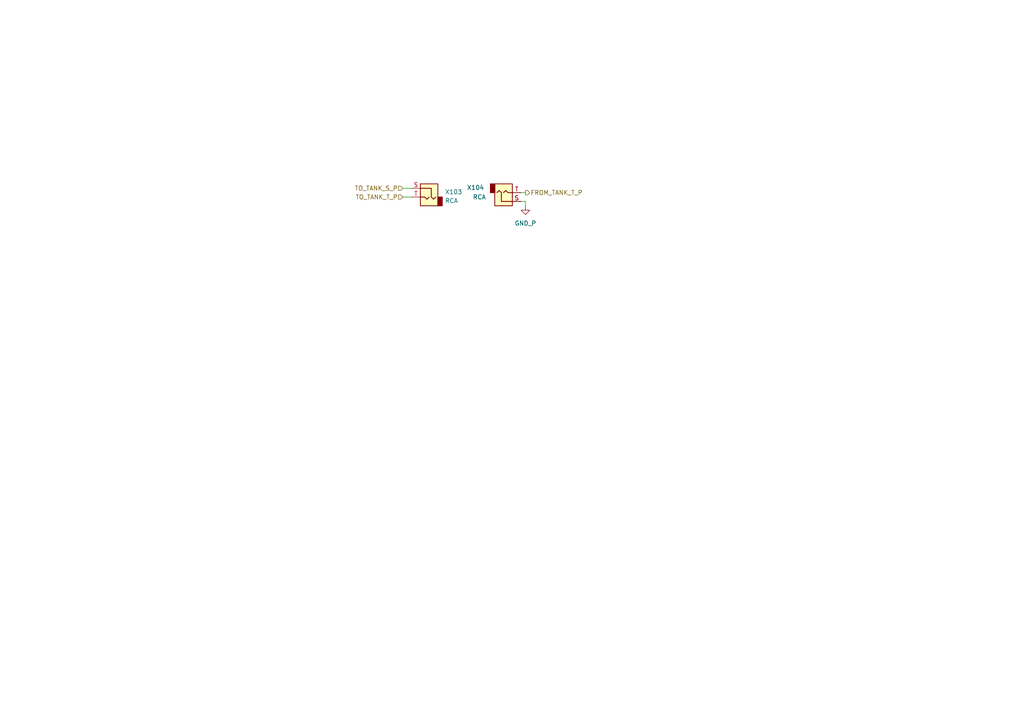
<source format=kicad_sch>
(kicad_sch (version 20230121) (generator eeschema)
  (paper "A4")
  (lib_symbols
    (symbol "AO_symbols:AudioJack2"
      (property "Reference" "J" (at 0 8.89 0))
      (property "Value" "AudioJack2" (at 0 6.35 0))
      (symbol "AudioJack2_0_1"
        (rectangle (start -3.81 0) (end -2.54 -2.54) (stroke (width 0.254)) (fill (type outline)))
        (rectangle (start -2.54 3.81) (end 2.54 -2.54) (stroke (width 0.254)) (fill (type background)))
        (polyline (pts (xy 0 0) (xy 0.635 -0.635) (xy 1.27 0) (xy 2.54 0)) (stroke (width 0.254)))
        (polyline (pts (xy 2.54 2.54) (xy -0.635 2.54) (xy -0.635 0) (xy -1.27 -0.635) (xy -1.905 0)) (stroke (width 0.254)))
      )
      (symbol "AudioJack2_1_1"
        (pin passive line (at 5.08 2.54 180) (length 2.54) (name "~") (number "S"))
        (pin passive line (at 5.08 0 180) (length 2.54) (name "~") (number "T"))
      )
    )
    (symbol "aaaSpringReverb:GND_P" (power) (pin_names (offset 0))
      (property "Value" "GND_P" (at 0 -3.81 0))
      (symbol "GND_P_0_1"
        (polyline (pts (xy 0 0) (xy 0 -1.27) (xy 1.27 -1.27) (xy 0 -2.54) (xy -1.27 -1.27) (xy 0 -1.27)))
      )
      (symbol "GND_P_1_1"
        (pin power_in line (at 0 0 270) (length 0) hide (name "GND_P") (number "1"))
      )
    )
  )
  (wire (pts (xy 151.13 55.88) (xy 152.4 55.88)))
  (wire (pts (xy 152.4 58.42) (xy 152.4 59.69)))
  (wire (pts (xy 151.13 58.42) (xy 152.4 58.42)))
  (wire (pts (xy 116.84 57.15) (xy 119.38 57.15)))
  (wire (pts (xy 116.84 54.61) (xy 119.38 54.61)))
  (hierarchical_label "TO_TANK_T_P" (shape input) (at 116.84 57.15 180))
  (hierarchical_label "TO_TANK_S_P" (shape input) (at 116.84 54.61 180))
  (hierarchical_label "FROM_TANK_T_P" (shape output) (at 152.4 55.88 0))
  (symbol (lib_id "AO_symbols:AudioJack2") (at 124.46 57.15 0) (mirror y) (unit 1) (on_board no)
    (property "Reference" "X103" (at 129.032 55.6803 0) (effects (justify right)))
    (property "Value" "RCA" (at 129.032 58.2172 0) (effects (justify right)))
    (property "Footprint" "AO_tht:Jack_6.35mm_PJ_629HAN_slots" (effects hide))
    (property "Vendor" "Digi-Key" (effects hide))
    (property "SKU" "SC2441-ND" (effects hide))
    (property "Manufacturer" "Switchcraft" (effects hide))
    (property "Part" "BPJF03X" (effects hide))
  )
  (symbol (lib_id "aaaSpringReverb:GND_P") (at 152.4 59.69 0) (unit 1)
    (property "Reference" "#PWR0907" (effects hide))
    (property "Value" "GND_P" (at 152.4 64.77 0))
  )
  (symbol (lib_id "AO_symbols:AudioJack2") (at 146.05 55.88 0) (mirror x) (unit 1) (on_board no)
    (property "Reference" "X104" (at 140.462 54.4072 0) (effects (justify right)))
    (property "Value" "RCA" (at 140.97 57.15 0) (effects (justify right)))
    (property "Footprint" "AO_tht:Jack_6.35mm_PJ_629HAN_slots" (effects hide))
    (property "Vendor" "Digi-Key" (effects hide))
    (property "SKU" "SC2439-ND" (effects hide))
    (property "Manufacturer" "Switchcraft" (effects hide))
    (property "Part" "BPJF02X" (effects hide))
  )
)
</source>
